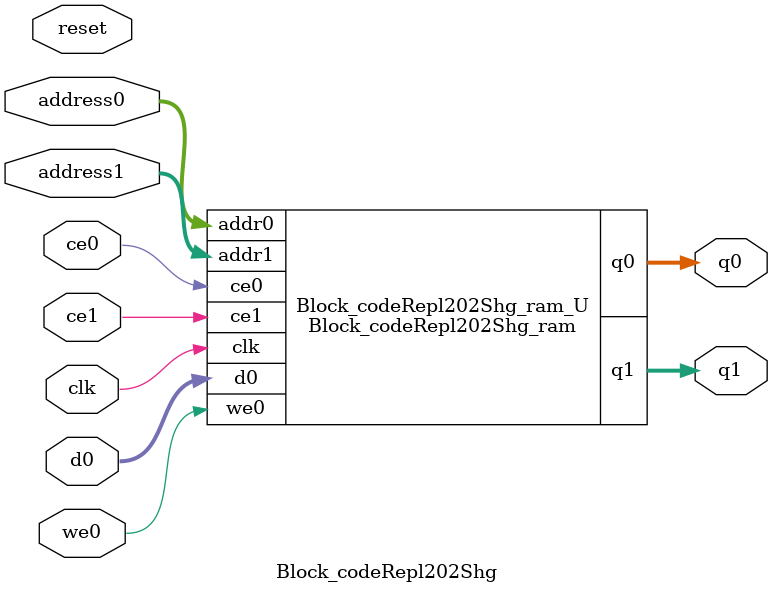
<source format=v>
`timescale 1 ns / 1 ps
module Block_codeRepl202Shg_ram (addr0, ce0, d0, we0, q0, addr1, ce1, q1,  clk);

parameter DWIDTH = 5;
parameter AWIDTH = 19;
parameter MEM_SIZE = 409600;

input[AWIDTH-1:0] addr0;
input ce0;
input[DWIDTH-1:0] d0;
input we0;
output reg[DWIDTH-1:0] q0;
input[AWIDTH-1:0] addr1;
input ce1;
output reg[DWIDTH-1:0] q1;
input clk;

(* ram_style = "block" *)reg [DWIDTH-1:0] ram[0:MEM_SIZE-1];




always @(posedge clk)  
begin 
    if (ce0) begin
        if (we0) 
            ram[addr0] <= d0; 
        q0 <= ram[addr0];
    end
end


always @(posedge clk)  
begin 
    if (ce1) begin
        q1 <= ram[addr1];
    end
end


endmodule

`timescale 1 ns / 1 ps
module Block_codeRepl202Shg(
    reset,
    clk,
    address0,
    ce0,
    we0,
    d0,
    q0,
    address1,
    ce1,
    q1);

parameter DataWidth = 32'd5;
parameter AddressRange = 32'd409600;
parameter AddressWidth = 32'd19;
input reset;
input clk;
input[AddressWidth - 1:0] address0;
input ce0;
input we0;
input[DataWidth - 1:0] d0;
output[DataWidth - 1:0] q0;
input[AddressWidth - 1:0] address1;
input ce1;
output[DataWidth - 1:0] q1;



Block_codeRepl202Shg_ram Block_codeRepl202Shg_ram_U(
    .clk( clk ),
    .addr0( address0 ),
    .ce0( ce0 ),
    .we0( we0 ),
    .d0( d0 ),
    .q0( q0 ),
    .addr1( address1 ),
    .ce1( ce1 ),
    .q1( q1 ));

endmodule


</source>
